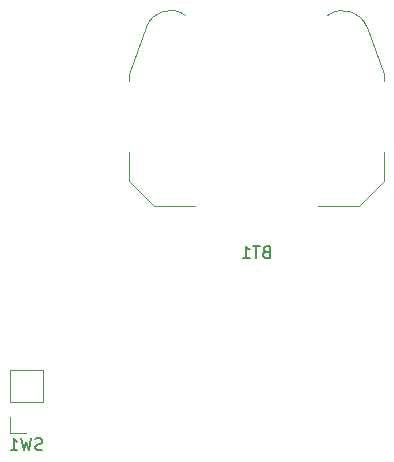
<source format=gbr>
%TF.GenerationSoftware,KiCad,Pcbnew,9.0.1*%
%TF.CreationDate,2025-05-08T10:03:42+02:00*%
%TF.ProjectId,smiley_example_pcb,736d696c-6579-45f6-9578-616d706c655f,rev?*%
%TF.SameCoordinates,Original*%
%TF.FileFunction,Legend,Bot*%
%TF.FilePolarity,Positive*%
%FSLAX46Y46*%
G04 Gerber Fmt 4.6, Leading zero omitted, Abs format (unit mm)*
G04 Created by KiCad (PCBNEW 9.0.1) date 2025-05-08 10:03:42*
%MOMM*%
%LPD*%
G01*
G04 APERTURE LIST*
%ADD10C,0.150000*%
%ADD11C,0.120000*%
G04 APERTURE END LIST*
D10*
X50760714Y-46991009D02*
X50617857Y-47038628D01*
X50617857Y-47038628D02*
X50570238Y-47086247D01*
X50570238Y-47086247D02*
X50522619Y-47181485D01*
X50522619Y-47181485D02*
X50522619Y-47324342D01*
X50522619Y-47324342D02*
X50570238Y-47419580D01*
X50570238Y-47419580D02*
X50617857Y-47467200D01*
X50617857Y-47467200D02*
X50713095Y-47514819D01*
X50713095Y-47514819D02*
X51094047Y-47514819D01*
X51094047Y-47514819D02*
X51094047Y-46514819D01*
X51094047Y-46514819D02*
X50760714Y-46514819D01*
X50760714Y-46514819D02*
X50665476Y-46562438D01*
X50665476Y-46562438D02*
X50617857Y-46610057D01*
X50617857Y-46610057D02*
X50570238Y-46705295D01*
X50570238Y-46705295D02*
X50570238Y-46800533D01*
X50570238Y-46800533D02*
X50617857Y-46895771D01*
X50617857Y-46895771D02*
X50665476Y-46943390D01*
X50665476Y-46943390D02*
X50760714Y-46991009D01*
X50760714Y-46991009D02*
X51094047Y-46991009D01*
X50236904Y-46514819D02*
X49665476Y-46514819D01*
X49951190Y-47514819D02*
X49951190Y-46514819D01*
X48808333Y-47514819D02*
X49379761Y-47514819D01*
X49094047Y-47514819D02*
X49094047Y-46514819D01*
X49094047Y-46514819D02*
X49189285Y-46657676D01*
X49189285Y-46657676D02*
X49284523Y-46752914D01*
X49284523Y-46752914D02*
X49379761Y-46800533D01*
X31813332Y-63747200D02*
X31670475Y-63794819D01*
X31670475Y-63794819D02*
X31432380Y-63794819D01*
X31432380Y-63794819D02*
X31337142Y-63747200D01*
X31337142Y-63747200D02*
X31289523Y-63699580D01*
X31289523Y-63699580D02*
X31241904Y-63604342D01*
X31241904Y-63604342D02*
X31241904Y-63509104D01*
X31241904Y-63509104D02*
X31289523Y-63413866D01*
X31289523Y-63413866D02*
X31337142Y-63366247D01*
X31337142Y-63366247D02*
X31432380Y-63318628D01*
X31432380Y-63318628D02*
X31622856Y-63271009D01*
X31622856Y-63271009D02*
X31718094Y-63223390D01*
X31718094Y-63223390D02*
X31765713Y-63175771D01*
X31765713Y-63175771D02*
X31813332Y-63080533D01*
X31813332Y-63080533D02*
X31813332Y-62985295D01*
X31813332Y-62985295D02*
X31765713Y-62890057D01*
X31765713Y-62890057D02*
X31718094Y-62842438D01*
X31718094Y-62842438D02*
X31622856Y-62794819D01*
X31622856Y-62794819D02*
X31384761Y-62794819D01*
X31384761Y-62794819D02*
X31241904Y-62842438D01*
X30908570Y-62794819D02*
X30670475Y-63794819D01*
X30670475Y-63794819D02*
X30479999Y-63080533D01*
X30479999Y-63080533D02*
X30289523Y-63794819D01*
X30289523Y-63794819D02*
X30051428Y-62794819D01*
X29146666Y-63794819D02*
X29718094Y-63794819D01*
X29432380Y-63794819D02*
X29432380Y-62794819D01*
X29432380Y-62794819D02*
X29527618Y-62937676D01*
X29527618Y-62937676D02*
X29622856Y-63032914D01*
X29622856Y-63032914D02*
X29718094Y-63080533D01*
D11*
%TO.C,BT1*%
X55975000Y-27010000D02*
G75*
G02*
X59300243Y-27971831I1310000J-1700000D01*
G01*
X40635000Y-27980000D02*
G75*
G02*
X43971646Y-26993470I2030000J-730001D01*
G01*
X60755000Y-31930000D02*
X59315000Y-27980000D01*
X60755000Y-32560000D02*
X60755000Y-31930000D01*
X60755000Y-41020000D02*
X60755000Y-38560000D01*
X58675000Y-43100000D02*
X60755000Y-41020000D01*
X58675000Y-43100000D02*
X55175000Y-43100000D01*
X44775000Y-43100000D02*
X41275000Y-43100000D01*
X41275000Y-43100000D02*
X39195000Y-41020000D01*
X39195000Y-31930000D02*
X40635000Y-27980000D01*
X39195000Y-32560000D02*
X39195000Y-31930000D01*
X39195000Y-41020000D02*
X39195000Y-38560000D01*
%TO.C,SW1*%
X29100000Y-62340000D02*
X30480000Y-62340000D01*
X29100000Y-60960000D02*
X29100000Y-62340000D01*
X29100000Y-59690000D02*
X29100000Y-57040000D01*
X29100000Y-59690000D02*
X31860000Y-59690000D01*
X29100000Y-57040000D02*
X31860000Y-57040000D01*
X31860000Y-59690000D02*
X31860000Y-57040000D01*
%TD*%
M02*

</source>
